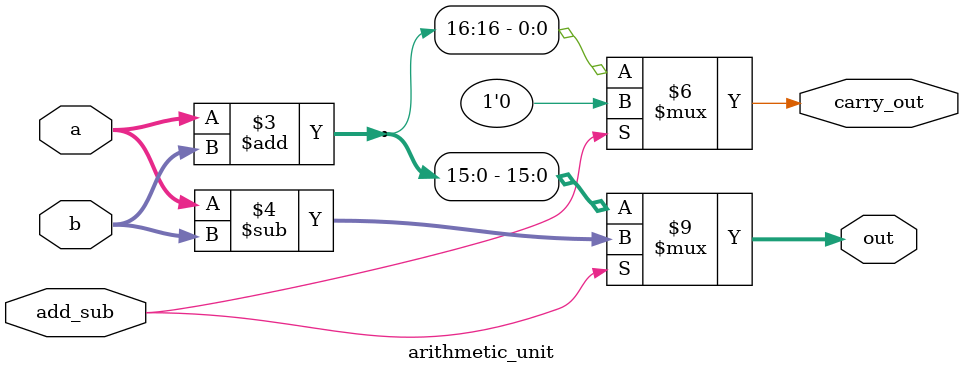
<source format=v>

module arithmetic_unit #(parameter n = 16) (
input [n-1:0] a, b, // Input operands
input add_sub, // add_sub signal: 0 for addition, 1 for subtraction
output reg [n-1:0] out, // Output result
output reg carry_out
);
always @(*)
begin
    if (add_sub == 0) // Addition mode
        {carry_out,out} = a + b; // Perform addition
    else
    begin // Subtraction mode
        out = a - b; // Perform subtraction
        carry_out = 0; // No carry out in subtraction
    end
end
endmodule
</source>
